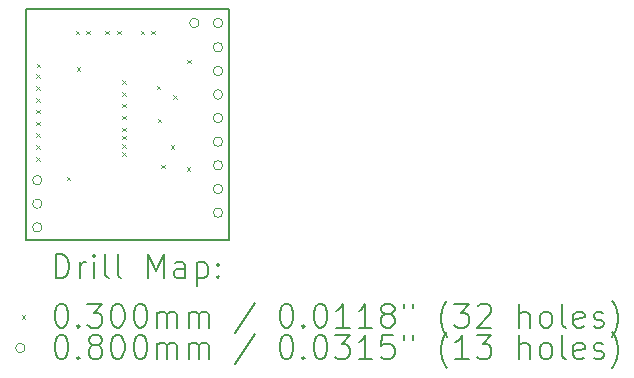
<source format=gbr>
%TF.GenerationSoftware,KiCad,Pcbnew,8.0.7*%
%TF.CreationDate,2025-04-29T18:30:39-03:00*%
%TF.ProjectId,ads_headstage_board_v4,6164735f-6865-4616-9473-746167655f62,rev?*%
%TF.SameCoordinates,Original*%
%TF.FileFunction,Drillmap*%
%TF.FilePolarity,Positive*%
%FSLAX45Y45*%
G04 Gerber Fmt 4.5, Leading zero omitted, Abs format (unit mm)*
G04 Created by KiCad (PCBNEW 8.0.7) date 2025-04-29 18:30:39*
%MOMM*%
%LPD*%
G01*
G04 APERTURE LIST*
%ADD10C,0.150000*%
%ADD11C,0.200000*%
%ADD12C,0.100000*%
G04 APERTURE END LIST*
D10*
X12250000Y-9075000D02*
X12305000Y-9075000D01*
X12250000Y-11030000D02*
X12250000Y-9075000D01*
X12255000Y-11030000D02*
X12250000Y-11030000D01*
X13970000Y-11030000D02*
X12255000Y-11030000D01*
X13970000Y-11025000D02*
X13970000Y-11030000D01*
X13970000Y-11020000D02*
X13970000Y-11025000D01*
X13970000Y-11010000D02*
X13970000Y-11020000D01*
X13970000Y-9075000D02*
X13970000Y-11010000D01*
X13960000Y-9075000D02*
X13970000Y-9075000D01*
X12305000Y-9075000D02*
X13960000Y-9075000D01*
D11*
D12*
X12335000Y-9625000D02*
X12365000Y-9655000D01*
X12365000Y-9625000D02*
X12335000Y-9655000D01*
X12335000Y-9725000D02*
X12365000Y-9755000D01*
X12365000Y-9725000D02*
X12335000Y-9755000D01*
X12335000Y-9825000D02*
X12365000Y-9855000D01*
X12365000Y-9825000D02*
X12335000Y-9855000D01*
X12335000Y-9925000D02*
X12365000Y-9955000D01*
X12365000Y-9925000D02*
X12335000Y-9955000D01*
X12335000Y-10025000D02*
X12365000Y-10055000D01*
X12365000Y-10025000D02*
X12335000Y-10055000D01*
X12335000Y-10125000D02*
X12365000Y-10155000D01*
X12365000Y-10125000D02*
X12335000Y-10155000D01*
X12335000Y-10225000D02*
X12365000Y-10255000D01*
X12365000Y-10225000D02*
X12335000Y-10255000D01*
X12335000Y-10325000D02*
X12365000Y-10355000D01*
X12365000Y-10325000D02*
X12335000Y-10355000D01*
X12340000Y-9535000D02*
X12370000Y-9565000D01*
X12370000Y-9535000D02*
X12340000Y-9565000D01*
X12595000Y-10490000D02*
X12625000Y-10520000D01*
X12625000Y-10490000D02*
X12595000Y-10520000D01*
X12670000Y-9255000D02*
X12700000Y-9285000D01*
X12700000Y-9255000D02*
X12670000Y-9285000D01*
X12680000Y-9565000D02*
X12710000Y-9595000D01*
X12710000Y-9565000D02*
X12680000Y-9595000D01*
X12760000Y-9255000D02*
X12790000Y-9285000D01*
X12790000Y-9255000D02*
X12760000Y-9285000D01*
X12920000Y-9255000D02*
X12950000Y-9285000D01*
X12950000Y-9255000D02*
X12920000Y-9285000D01*
X13020000Y-9255000D02*
X13050000Y-9285000D01*
X13050000Y-9255000D02*
X13020000Y-9285000D01*
X13065000Y-9675000D02*
X13095000Y-9705000D01*
X13095000Y-9675000D02*
X13065000Y-9705000D01*
X13065000Y-9775000D02*
X13095000Y-9805000D01*
X13095000Y-9775000D02*
X13065000Y-9805000D01*
X13065000Y-9875000D02*
X13095000Y-9905000D01*
X13095000Y-9875000D02*
X13065000Y-9905000D01*
X13065000Y-9975000D02*
X13095000Y-10005000D01*
X13095000Y-9975000D02*
X13065000Y-10005000D01*
X13065000Y-10075000D02*
X13095000Y-10105000D01*
X13095000Y-10075000D02*
X13065000Y-10105000D01*
X13065000Y-10145000D02*
X13095000Y-10175000D01*
X13095000Y-10145000D02*
X13065000Y-10175000D01*
X13065000Y-10215000D02*
X13095000Y-10245000D01*
X13095000Y-10215000D02*
X13065000Y-10245000D01*
X13065000Y-10285000D02*
X13095000Y-10315000D01*
X13095000Y-10285000D02*
X13065000Y-10315000D01*
X13220000Y-9255000D02*
X13250000Y-9285000D01*
X13250000Y-9255000D02*
X13220000Y-9285000D01*
X13310000Y-9255000D02*
X13340000Y-9285000D01*
X13340000Y-9255000D02*
X13310000Y-9285000D01*
X13355000Y-9720000D02*
X13385000Y-9750000D01*
X13385000Y-9720000D02*
X13355000Y-9750000D01*
X13365000Y-10000000D02*
X13395000Y-10030000D01*
X13395000Y-10000000D02*
X13365000Y-10030000D01*
X13395000Y-10390000D02*
X13425000Y-10420000D01*
X13425000Y-10390000D02*
X13395000Y-10420000D01*
X13475000Y-10225000D02*
X13505000Y-10255000D01*
X13505000Y-10225000D02*
X13475000Y-10255000D01*
X13495000Y-9800000D02*
X13525000Y-9830000D01*
X13525000Y-9800000D02*
X13495000Y-9830000D01*
X13610000Y-10410000D02*
X13640000Y-10440000D01*
X13640000Y-10410000D02*
X13610000Y-10440000D01*
X13615000Y-9500000D02*
X13645000Y-9530000D01*
X13645000Y-9500000D02*
X13615000Y-9530000D01*
X12385000Y-10520000D02*
G75*
G02*
X12305000Y-10520000I-40000J0D01*
G01*
X12305000Y-10520000D02*
G75*
G02*
X12385000Y-10520000I40000J0D01*
G01*
X12385000Y-10720000D02*
G75*
G02*
X12305000Y-10720000I-40000J0D01*
G01*
X12305000Y-10720000D02*
G75*
G02*
X12385000Y-10720000I40000J0D01*
G01*
X12385000Y-10920000D02*
G75*
G02*
X12305000Y-10920000I-40000J0D01*
G01*
X12305000Y-10920000D02*
G75*
G02*
X12385000Y-10920000I40000J0D01*
G01*
X13715000Y-9190000D02*
G75*
G02*
X13635000Y-9190000I-40000J0D01*
G01*
X13635000Y-9190000D02*
G75*
G02*
X13715000Y-9190000I40000J0D01*
G01*
X13915000Y-9190000D02*
G75*
G02*
X13835000Y-9190000I-40000J0D01*
G01*
X13835000Y-9190000D02*
G75*
G02*
X13915000Y-9190000I40000J0D01*
G01*
X13915000Y-9395000D02*
G75*
G02*
X13835000Y-9395000I-40000J0D01*
G01*
X13835000Y-9395000D02*
G75*
G02*
X13915000Y-9395000I40000J0D01*
G01*
X13915000Y-9595000D02*
G75*
G02*
X13835000Y-9595000I-40000J0D01*
G01*
X13835000Y-9595000D02*
G75*
G02*
X13915000Y-9595000I40000J0D01*
G01*
X13915000Y-9795000D02*
G75*
G02*
X13835000Y-9795000I-40000J0D01*
G01*
X13835000Y-9795000D02*
G75*
G02*
X13915000Y-9795000I40000J0D01*
G01*
X13915000Y-9995000D02*
G75*
G02*
X13835000Y-9995000I-40000J0D01*
G01*
X13835000Y-9995000D02*
G75*
G02*
X13915000Y-9995000I40000J0D01*
G01*
X13915000Y-10195000D02*
G75*
G02*
X13835000Y-10195000I-40000J0D01*
G01*
X13835000Y-10195000D02*
G75*
G02*
X13915000Y-10195000I40000J0D01*
G01*
X13915000Y-10395000D02*
G75*
G02*
X13835000Y-10395000I-40000J0D01*
G01*
X13835000Y-10395000D02*
G75*
G02*
X13915000Y-10395000I40000J0D01*
G01*
X13915000Y-10595000D02*
G75*
G02*
X13835000Y-10595000I-40000J0D01*
G01*
X13835000Y-10595000D02*
G75*
G02*
X13915000Y-10595000I40000J0D01*
G01*
X13915000Y-10795000D02*
G75*
G02*
X13835000Y-10795000I-40000J0D01*
G01*
X13835000Y-10795000D02*
G75*
G02*
X13915000Y-10795000I40000J0D01*
G01*
D11*
X12503277Y-11348984D02*
X12503277Y-11148984D01*
X12503277Y-11148984D02*
X12550896Y-11148984D01*
X12550896Y-11148984D02*
X12579467Y-11158508D01*
X12579467Y-11158508D02*
X12598515Y-11177555D01*
X12598515Y-11177555D02*
X12608039Y-11196603D01*
X12608039Y-11196603D02*
X12617562Y-11234698D01*
X12617562Y-11234698D02*
X12617562Y-11263269D01*
X12617562Y-11263269D02*
X12608039Y-11301365D01*
X12608039Y-11301365D02*
X12598515Y-11320412D01*
X12598515Y-11320412D02*
X12579467Y-11339460D01*
X12579467Y-11339460D02*
X12550896Y-11348984D01*
X12550896Y-11348984D02*
X12503277Y-11348984D01*
X12703277Y-11348984D02*
X12703277Y-11215650D01*
X12703277Y-11253746D02*
X12712801Y-11234698D01*
X12712801Y-11234698D02*
X12722324Y-11225174D01*
X12722324Y-11225174D02*
X12741372Y-11215650D01*
X12741372Y-11215650D02*
X12760420Y-11215650D01*
X12827086Y-11348984D02*
X12827086Y-11215650D01*
X12827086Y-11148984D02*
X12817562Y-11158508D01*
X12817562Y-11158508D02*
X12827086Y-11168031D01*
X12827086Y-11168031D02*
X12836610Y-11158508D01*
X12836610Y-11158508D02*
X12827086Y-11148984D01*
X12827086Y-11148984D02*
X12827086Y-11168031D01*
X12950896Y-11348984D02*
X12931848Y-11339460D01*
X12931848Y-11339460D02*
X12922324Y-11320412D01*
X12922324Y-11320412D02*
X12922324Y-11148984D01*
X13055658Y-11348984D02*
X13036610Y-11339460D01*
X13036610Y-11339460D02*
X13027086Y-11320412D01*
X13027086Y-11320412D02*
X13027086Y-11148984D01*
X13284229Y-11348984D02*
X13284229Y-11148984D01*
X13284229Y-11148984D02*
X13350896Y-11291841D01*
X13350896Y-11291841D02*
X13417562Y-11148984D01*
X13417562Y-11148984D02*
X13417562Y-11348984D01*
X13598515Y-11348984D02*
X13598515Y-11244222D01*
X13598515Y-11244222D02*
X13588991Y-11225174D01*
X13588991Y-11225174D02*
X13569943Y-11215650D01*
X13569943Y-11215650D02*
X13531848Y-11215650D01*
X13531848Y-11215650D02*
X13512801Y-11225174D01*
X13598515Y-11339460D02*
X13579467Y-11348984D01*
X13579467Y-11348984D02*
X13531848Y-11348984D01*
X13531848Y-11348984D02*
X13512801Y-11339460D01*
X13512801Y-11339460D02*
X13503277Y-11320412D01*
X13503277Y-11320412D02*
X13503277Y-11301365D01*
X13503277Y-11301365D02*
X13512801Y-11282317D01*
X13512801Y-11282317D02*
X13531848Y-11272793D01*
X13531848Y-11272793D02*
X13579467Y-11272793D01*
X13579467Y-11272793D02*
X13598515Y-11263269D01*
X13693753Y-11215650D02*
X13693753Y-11415650D01*
X13693753Y-11225174D02*
X13712801Y-11215650D01*
X13712801Y-11215650D02*
X13750896Y-11215650D01*
X13750896Y-11215650D02*
X13769943Y-11225174D01*
X13769943Y-11225174D02*
X13779467Y-11234698D01*
X13779467Y-11234698D02*
X13788991Y-11253746D01*
X13788991Y-11253746D02*
X13788991Y-11310888D01*
X13788991Y-11310888D02*
X13779467Y-11329936D01*
X13779467Y-11329936D02*
X13769943Y-11339460D01*
X13769943Y-11339460D02*
X13750896Y-11348984D01*
X13750896Y-11348984D02*
X13712801Y-11348984D01*
X13712801Y-11348984D02*
X13693753Y-11339460D01*
X13874705Y-11329936D02*
X13884229Y-11339460D01*
X13884229Y-11339460D02*
X13874705Y-11348984D01*
X13874705Y-11348984D02*
X13865182Y-11339460D01*
X13865182Y-11339460D02*
X13874705Y-11329936D01*
X13874705Y-11329936D02*
X13874705Y-11348984D01*
X13874705Y-11225174D02*
X13884229Y-11234698D01*
X13884229Y-11234698D02*
X13874705Y-11244222D01*
X13874705Y-11244222D02*
X13865182Y-11234698D01*
X13865182Y-11234698D02*
X13874705Y-11225174D01*
X13874705Y-11225174D02*
X13874705Y-11244222D01*
D12*
X12212500Y-11662500D02*
X12242500Y-11692500D01*
X12242500Y-11662500D02*
X12212500Y-11692500D01*
D11*
X12541372Y-11568984D02*
X12560420Y-11568984D01*
X12560420Y-11568984D02*
X12579467Y-11578508D01*
X12579467Y-11578508D02*
X12588991Y-11588031D01*
X12588991Y-11588031D02*
X12598515Y-11607079D01*
X12598515Y-11607079D02*
X12608039Y-11645174D01*
X12608039Y-11645174D02*
X12608039Y-11692793D01*
X12608039Y-11692793D02*
X12598515Y-11730888D01*
X12598515Y-11730888D02*
X12588991Y-11749936D01*
X12588991Y-11749936D02*
X12579467Y-11759460D01*
X12579467Y-11759460D02*
X12560420Y-11768984D01*
X12560420Y-11768984D02*
X12541372Y-11768984D01*
X12541372Y-11768984D02*
X12522324Y-11759460D01*
X12522324Y-11759460D02*
X12512801Y-11749936D01*
X12512801Y-11749936D02*
X12503277Y-11730888D01*
X12503277Y-11730888D02*
X12493753Y-11692793D01*
X12493753Y-11692793D02*
X12493753Y-11645174D01*
X12493753Y-11645174D02*
X12503277Y-11607079D01*
X12503277Y-11607079D02*
X12512801Y-11588031D01*
X12512801Y-11588031D02*
X12522324Y-11578508D01*
X12522324Y-11578508D02*
X12541372Y-11568984D01*
X12693753Y-11749936D02*
X12703277Y-11759460D01*
X12703277Y-11759460D02*
X12693753Y-11768984D01*
X12693753Y-11768984D02*
X12684229Y-11759460D01*
X12684229Y-11759460D02*
X12693753Y-11749936D01*
X12693753Y-11749936D02*
X12693753Y-11768984D01*
X12769943Y-11568984D02*
X12893753Y-11568984D01*
X12893753Y-11568984D02*
X12827086Y-11645174D01*
X12827086Y-11645174D02*
X12855658Y-11645174D01*
X12855658Y-11645174D02*
X12874705Y-11654698D01*
X12874705Y-11654698D02*
X12884229Y-11664222D01*
X12884229Y-11664222D02*
X12893753Y-11683269D01*
X12893753Y-11683269D02*
X12893753Y-11730888D01*
X12893753Y-11730888D02*
X12884229Y-11749936D01*
X12884229Y-11749936D02*
X12874705Y-11759460D01*
X12874705Y-11759460D02*
X12855658Y-11768984D01*
X12855658Y-11768984D02*
X12798515Y-11768984D01*
X12798515Y-11768984D02*
X12779467Y-11759460D01*
X12779467Y-11759460D02*
X12769943Y-11749936D01*
X13017562Y-11568984D02*
X13036610Y-11568984D01*
X13036610Y-11568984D02*
X13055658Y-11578508D01*
X13055658Y-11578508D02*
X13065182Y-11588031D01*
X13065182Y-11588031D02*
X13074705Y-11607079D01*
X13074705Y-11607079D02*
X13084229Y-11645174D01*
X13084229Y-11645174D02*
X13084229Y-11692793D01*
X13084229Y-11692793D02*
X13074705Y-11730888D01*
X13074705Y-11730888D02*
X13065182Y-11749936D01*
X13065182Y-11749936D02*
X13055658Y-11759460D01*
X13055658Y-11759460D02*
X13036610Y-11768984D01*
X13036610Y-11768984D02*
X13017562Y-11768984D01*
X13017562Y-11768984D02*
X12998515Y-11759460D01*
X12998515Y-11759460D02*
X12988991Y-11749936D01*
X12988991Y-11749936D02*
X12979467Y-11730888D01*
X12979467Y-11730888D02*
X12969943Y-11692793D01*
X12969943Y-11692793D02*
X12969943Y-11645174D01*
X12969943Y-11645174D02*
X12979467Y-11607079D01*
X12979467Y-11607079D02*
X12988991Y-11588031D01*
X12988991Y-11588031D02*
X12998515Y-11578508D01*
X12998515Y-11578508D02*
X13017562Y-11568984D01*
X13208039Y-11568984D02*
X13227086Y-11568984D01*
X13227086Y-11568984D02*
X13246134Y-11578508D01*
X13246134Y-11578508D02*
X13255658Y-11588031D01*
X13255658Y-11588031D02*
X13265182Y-11607079D01*
X13265182Y-11607079D02*
X13274705Y-11645174D01*
X13274705Y-11645174D02*
X13274705Y-11692793D01*
X13274705Y-11692793D02*
X13265182Y-11730888D01*
X13265182Y-11730888D02*
X13255658Y-11749936D01*
X13255658Y-11749936D02*
X13246134Y-11759460D01*
X13246134Y-11759460D02*
X13227086Y-11768984D01*
X13227086Y-11768984D02*
X13208039Y-11768984D01*
X13208039Y-11768984D02*
X13188991Y-11759460D01*
X13188991Y-11759460D02*
X13179467Y-11749936D01*
X13179467Y-11749936D02*
X13169943Y-11730888D01*
X13169943Y-11730888D02*
X13160420Y-11692793D01*
X13160420Y-11692793D02*
X13160420Y-11645174D01*
X13160420Y-11645174D02*
X13169943Y-11607079D01*
X13169943Y-11607079D02*
X13179467Y-11588031D01*
X13179467Y-11588031D02*
X13188991Y-11578508D01*
X13188991Y-11578508D02*
X13208039Y-11568984D01*
X13360420Y-11768984D02*
X13360420Y-11635650D01*
X13360420Y-11654698D02*
X13369943Y-11645174D01*
X13369943Y-11645174D02*
X13388991Y-11635650D01*
X13388991Y-11635650D02*
X13417563Y-11635650D01*
X13417563Y-11635650D02*
X13436610Y-11645174D01*
X13436610Y-11645174D02*
X13446134Y-11664222D01*
X13446134Y-11664222D02*
X13446134Y-11768984D01*
X13446134Y-11664222D02*
X13455658Y-11645174D01*
X13455658Y-11645174D02*
X13474705Y-11635650D01*
X13474705Y-11635650D02*
X13503277Y-11635650D01*
X13503277Y-11635650D02*
X13522324Y-11645174D01*
X13522324Y-11645174D02*
X13531848Y-11664222D01*
X13531848Y-11664222D02*
X13531848Y-11768984D01*
X13627086Y-11768984D02*
X13627086Y-11635650D01*
X13627086Y-11654698D02*
X13636610Y-11645174D01*
X13636610Y-11645174D02*
X13655658Y-11635650D01*
X13655658Y-11635650D02*
X13684229Y-11635650D01*
X13684229Y-11635650D02*
X13703277Y-11645174D01*
X13703277Y-11645174D02*
X13712801Y-11664222D01*
X13712801Y-11664222D02*
X13712801Y-11768984D01*
X13712801Y-11664222D02*
X13722324Y-11645174D01*
X13722324Y-11645174D02*
X13741372Y-11635650D01*
X13741372Y-11635650D02*
X13769943Y-11635650D01*
X13769943Y-11635650D02*
X13788991Y-11645174D01*
X13788991Y-11645174D02*
X13798515Y-11664222D01*
X13798515Y-11664222D02*
X13798515Y-11768984D01*
X14188991Y-11559460D02*
X14017563Y-11816603D01*
X14446134Y-11568984D02*
X14465182Y-11568984D01*
X14465182Y-11568984D02*
X14484229Y-11578508D01*
X14484229Y-11578508D02*
X14493753Y-11588031D01*
X14493753Y-11588031D02*
X14503277Y-11607079D01*
X14503277Y-11607079D02*
X14512801Y-11645174D01*
X14512801Y-11645174D02*
X14512801Y-11692793D01*
X14512801Y-11692793D02*
X14503277Y-11730888D01*
X14503277Y-11730888D02*
X14493753Y-11749936D01*
X14493753Y-11749936D02*
X14484229Y-11759460D01*
X14484229Y-11759460D02*
X14465182Y-11768984D01*
X14465182Y-11768984D02*
X14446134Y-11768984D01*
X14446134Y-11768984D02*
X14427086Y-11759460D01*
X14427086Y-11759460D02*
X14417563Y-11749936D01*
X14417563Y-11749936D02*
X14408039Y-11730888D01*
X14408039Y-11730888D02*
X14398515Y-11692793D01*
X14398515Y-11692793D02*
X14398515Y-11645174D01*
X14398515Y-11645174D02*
X14408039Y-11607079D01*
X14408039Y-11607079D02*
X14417563Y-11588031D01*
X14417563Y-11588031D02*
X14427086Y-11578508D01*
X14427086Y-11578508D02*
X14446134Y-11568984D01*
X14598515Y-11749936D02*
X14608039Y-11759460D01*
X14608039Y-11759460D02*
X14598515Y-11768984D01*
X14598515Y-11768984D02*
X14588991Y-11759460D01*
X14588991Y-11759460D02*
X14598515Y-11749936D01*
X14598515Y-11749936D02*
X14598515Y-11768984D01*
X14731848Y-11568984D02*
X14750896Y-11568984D01*
X14750896Y-11568984D02*
X14769944Y-11578508D01*
X14769944Y-11578508D02*
X14779467Y-11588031D01*
X14779467Y-11588031D02*
X14788991Y-11607079D01*
X14788991Y-11607079D02*
X14798515Y-11645174D01*
X14798515Y-11645174D02*
X14798515Y-11692793D01*
X14798515Y-11692793D02*
X14788991Y-11730888D01*
X14788991Y-11730888D02*
X14779467Y-11749936D01*
X14779467Y-11749936D02*
X14769944Y-11759460D01*
X14769944Y-11759460D02*
X14750896Y-11768984D01*
X14750896Y-11768984D02*
X14731848Y-11768984D01*
X14731848Y-11768984D02*
X14712801Y-11759460D01*
X14712801Y-11759460D02*
X14703277Y-11749936D01*
X14703277Y-11749936D02*
X14693753Y-11730888D01*
X14693753Y-11730888D02*
X14684229Y-11692793D01*
X14684229Y-11692793D02*
X14684229Y-11645174D01*
X14684229Y-11645174D02*
X14693753Y-11607079D01*
X14693753Y-11607079D02*
X14703277Y-11588031D01*
X14703277Y-11588031D02*
X14712801Y-11578508D01*
X14712801Y-11578508D02*
X14731848Y-11568984D01*
X14988991Y-11768984D02*
X14874706Y-11768984D01*
X14931848Y-11768984D02*
X14931848Y-11568984D01*
X14931848Y-11568984D02*
X14912801Y-11597555D01*
X14912801Y-11597555D02*
X14893753Y-11616603D01*
X14893753Y-11616603D02*
X14874706Y-11626127D01*
X15179467Y-11768984D02*
X15065182Y-11768984D01*
X15122325Y-11768984D02*
X15122325Y-11568984D01*
X15122325Y-11568984D02*
X15103277Y-11597555D01*
X15103277Y-11597555D02*
X15084229Y-11616603D01*
X15084229Y-11616603D02*
X15065182Y-11626127D01*
X15293753Y-11654698D02*
X15274706Y-11645174D01*
X15274706Y-11645174D02*
X15265182Y-11635650D01*
X15265182Y-11635650D02*
X15255658Y-11616603D01*
X15255658Y-11616603D02*
X15255658Y-11607079D01*
X15255658Y-11607079D02*
X15265182Y-11588031D01*
X15265182Y-11588031D02*
X15274706Y-11578508D01*
X15274706Y-11578508D02*
X15293753Y-11568984D01*
X15293753Y-11568984D02*
X15331848Y-11568984D01*
X15331848Y-11568984D02*
X15350896Y-11578508D01*
X15350896Y-11578508D02*
X15360420Y-11588031D01*
X15360420Y-11588031D02*
X15369944Y-11607079D01*
X15369944Y-11607079D02*
X15369944Y-11616603D01*
X15369944Y-11616603D02*
X15360420Y-11635650D01*
X15360420Y-11635650D02*
X15350896Y-11645174D01*
X15350896Y-11645174D02*
X15331848Y-11654698D01*
X15331848Y-11654698D02*
X15293753Y-11654698D01*
X15293753Y-11654698D02*
X15274706Y-11664222D01*
X15274706Y-11664222D02*
X15265182Y-11673746D01*
X15265182Y-11673746D02*
X15255658Y-11692793D01*
X15255658Y-11692793D02*
X15255658Y-11730888D01*
X15255658Y-11730888D02*
X15265182Y-11749936D01*
X15265182Y-11749936D02*
X15274706Y-11759460D01*
X15274706Y-11759460D02*
X15293753Y-11768984D01*
X15293753Y-11768984D02*
X15331848Y-11768984D01*
X15331848Y-11768984D02*
X15350896Y-11759460D01*
X15350896Y-11759460D02*
X15360420Y-11749936D01*
X15360420Y-11749936D02*
X15369944Y-11730888D01*
X15369944Y-11730888D02*
X15369944Y-11692793D01*
X15369944Y-11692793D02*
X15360420Y-11673746D01*
X15360420Y-11673746D02*
X15350896Y-11664222D01*
X15350896Y-11664222D02*
X15331848Y-11654698D01*
X15446134Y-11568984D02*
X15446134Y-11607079D01*
X15522325Y-11568984D02*
X15522325Y-11607079D01*
X15817563Y-11845174D02*
X15808039Y-11835650D01*
X15808039Y-11835650D02*
X15788991Y-11807079D01*
X15788991Y-11807079D02*
X15779468Y-11788031D01*
X15779468Y-11788031D02*
X15769944Y-11759460D01*
X15769944Y-11759460D02*
X15760420Y-11711841D01*
X15760420Y-11711841D02*
X15760420Y-11673746D01*
X15760420Y-11673746D02*
X15769944Y-11626127D01*
X15769944Y-11626127D02*
X15779468Y-11597555D01*
X15779468Y-11597555D02*
X15788991Y-11578508D01*
X15788991Y-11578508D02*
X15808039Y-11549936D01*
X15808039Y-11549936D02*
X15817563Y-11540412D01*
X15874706Y-11568984D02*
X15998515Y-11568984D01*
X15998515Y-11568984D02*
X15931848Y-11645174D01*
X15931848Y-11645174D02*
X15960420Y-11645174D01*
X15960420Y-11645174D02*
X15979468Y-11654698D01*
X15979468Y-11654698D02*
X15988991Y-11664222D01*
X15988991Y-11664222D02*
X15998515Y-11683269D01*
X15998515Y-11683269D02*
X15998515Y-11730888D01*
X15998515Y-11730888D02*
X15988991Y-11749936D01*
X15988991Y-11749936D02*
X15979468Y-11759460D01*
X15979468Y-11759460D02*
X15960420Y-11768984D01*
X15960420Y-11768984D02*
X15903277Y-11768984D01*
X15903277Y-11768984D02*
X15884229Y-11759460D01*
X15884229Y-11759460D02*
X15874706Y-11749936D01*
X16074706Y-11588031D02*
X16084229Y-11578508D01*
X16084229Y-11578508D02*
X16103277Y-11568984D01*
X16103277Y-11568984D02*
X16150896Y-11568984D01*
X16150896Y-11568984D02*
X16169944Y-11578508D01*
X16169944Y-11578508D02*
X16179468Y-11588031D01*
X16179468Y-11588031D02*
X16188991Y-11607079D01*
X16188991Y-11607079D02*
X16188991Y-11626127D01*
X16188991Y-11626127D02*
X16179468Y-11654698D01*
X16179468Y-11654698D02*
X16065182Y-11768984D01*
X16065182Y-11768984D02*
X16188991Y-11768984D01*
X16427087Y-11768984D02*
X16427087Y-11568984D01*
X16512801Y-11768984D02*
X16512801Y-11664222D01*
X16512801Y-11664222D02*
X16503277Y-11645174D01*
X16503277Y-11645174D02*
X16484230Y-11635650D01*
X16484230Y-11635650D02*
X16455658Y-11635650D01*
X16455658Y-11635650D02*
X16436610Y-11645174D01*
X16436610Y-11645174D02*
X16427087Y-11654698D01*
X16636610Y-11768984D02*
X16617563Y-11759460D01*
X16617563Y-11759460D02*
X16608039Y-11749936D01*
X16608039Y-11749936D02*
X16598515Y-11730888D01*
X16598515Y-11730888D02*
X16598515Y-11673746D01*
X16598515Y-11673746D02*
X16608039Y-11654698D01*
X16608039Y-11654698D02*
X16617563Y-11645174D01*
X16617563Y-11645174D02*
X16636610Y-11635650D01*
X16636610Y-11635650D02*
X16665182Y-11635650D01*
X16665182Y-11635650D02*
X16684230Y-11645174D01*
X16684230Y-11645174D02*
X16693753Y-11654698D01*
X16693753Y-11654698D02*
X16703277Y-11673746D01*
X16703277Y-11673746D02*
X16703277Y-11730888D01*
X16703277Y-11730888D02*
X16693753Y-11749936D01*
X16693753Y-11749936D02*
X16684230Y-11759460D01*
X16684230Y-11759460D02*
X16665182Y-11768984D01*
X16665182Y-11768984D02*
X16636610Y-11768984D01*
X16817563Y-11768984D02*
X16798515Y-11759460D01*
X16798515Y-11759460D02*
X16788992Y-11740412D01*
X16788992Y-11740412D02*
X16788992Y-11568984D01*
X16969944Y-11759460D02*
X16950896Y-11768984D01*
X16950896Y-11768984D02*
X16912801Y-11768984D01*
X16912801Y-11768984D02*
X16893753Y-11759460D01*
X16893753Y-11759460D02*
X16884230Y-11740412D01*
X16884230Y-11740412D02*
X16884230Y-11664222D01*
X16884230Y-11664222D02*
X16893753Y-11645174D01*
X16893753Y-11645174D02*
X16912801Y-11635650D01*
X16912801Y-11635650D02*
X16950896Y-11635650D01*
X16950896Y-11635650D02*
X16969944Y-11645174D01*
X16969944Y-11645174D02*
X16979468Y-11664222D01*
X16979468Y-11664222D02*
X16979468Y-11683269D01*
X16979468Y-11683269D02*
X16884230Y-11702317D01*
X17055658Y-11759460D02*
X17074706Y-11768984D01*
X17074706Y-11768984D02*
X17112801Y-11768984D01*
X17112801Y-11768984D02*
X17131849Y-11759460D01*
X17131849Y-11759460D02*
X17141373Y-11740412D01*
X17141373Y-11740412D02*
X17141373Y-11730888D01*
X17141373Y-11730888D02*
X17131849Y-11711841D01*
X17131849Y-11711841D02*
X17112801Y-11702317D01*
X17112801Y-11702317D02*
X17084230Y-11702317D01*
X17084230Y-11702317D02*
X17065182Y-11692793D01*
X17065182Y-11692793D02*
X17055658Y-11673746D01*
X17055658Y-11673746D02*
X17055658Y-11664222D01*
X17055658Y-11664222D02*
X17065182Y-11645174D01*
X17065182Y-11645174D02*
X17084230Y-11635650D01*
X17084230Y-11635650D02*
X17112801Y-11635650D01*
X17112801Y-11635650D02*
X17131849Y-11645174D01*
X17208039Y-11845174D02*
X17217563Y-11835650D01*
X17217563Y-11835650D02*
X17236611Y-11807079D01*
X17236611Y-11807079D02*
X17246134Y-11788031D01*
X17246134Y-11788031D02*
X17255658Y-11759460D01*
X17255658Y-11759460D02*
X17265182Y-11711841D01*
X17265182Y-11711841D02*
X17265182Y-11673746D01*
X17265182Y-11673746D02*
X17255658Y-11626127D01*
X17255658Y-11626127D02*
X17246134Y-11597555D01*
X17246134Y-11597555D02*
X17236611Y-11578508D01*
X17236611Y-11578508D02*
X17217563Y-11549936D01*
X17217563Y-11549936D02*
X17208039Y-11540412D01*
D12*
X12242500Y-11941500D02*
G75*
G02*
X12162500Y-11941500I-40000J0D01*
G01*
X12162500Y-11941500D02*
G75*
G02*
X12242500Y-11941500I40000J0D01*
G01*
D11*
X12541372Y-11832984D02*
X12560420Y-11832984D01*
X12560420Y-11832984D02*
X12579467Y-11842508D01*
X12579467Y-11842508D02*
X12588991Y-11852031D01*
X12588991Y-11852031D02*
X12598515Y-11871079D01*
X12598515Y-11871079D02*
X12608039Y-11909174D01*
X12608039Y-11909174D02*
X12608039Y-11956793D01*
X12608039Y-11956793D02*
X12598515Y-11994888D01*
X12598515Y-11994888D02*
X12588991Y-12013936D01*
X12588991Y-12013936D02*
X12579467Y-12023460D01*
X12579467Y-12023460D02*
X12560420Y-12032984D01*
X12560420Y-12032984D02*
X12541372Y-12032984D01*
X12541372Y-12032984D02*
X12522324Y-12023460D01*
X12522324Y-12023460D02*
X12512801Y-12013936D01*
X12512801Y-12013936D02*
X12503277Y-11994888D01*
X12503277Y-11994888D02*
X12493753Y-11956793D01*
X12493753Y-11956793D02*
X12493753Y-11909174D01*
X12493753Y-11909174D02*
X12503277Y-11871079D01*
X12503277Y-11871079D02*
X12512801Y-11852031D01*
X12512801Y-11852031D02*
X12522324Y-11842508D01*
X12522324Y-11842508D02*
X12541372Y-11832984D01*
X12693753Y-12013936D02*
X12703277Y-12023460D01*
X12703277Y-12023460D02*
X12693753Y-12032984D01*
X12693753Y-12032984D02*
X12684229Y-12023460D01*
X12684229Y-12023460D02*
X12693753Y-12013936D01*
X12693753Y-12013936D02*
X12693753Y-12032984D01*
X12817562Y-11918698D02*
X12798515Y-11909174D01*
X12798515Y-11909174D02*
X12788991Y-11899650D01*
X12788991Y-11899650D02*
X12779467Y-11880603D01*
X12779467Y-11880603D02*
X12779467Y-11871079D01*
X12779467Y-11871079D02*
X12788991Y-11852031D01*
X12788991Y-11852031D02*
X12798515Y-11842508D01*
X12798515Y-11842508D02*
X12817562Y-11832984D01*
X12817562Y-11832984D02*
X12855658Y-11832984D01*
X12855658Y-11832984D02*
X12874705Y-11842508D01*
X12874705Y-11842508D02*
X12884229Y-11852031D01*
X12884229Y-11852031D02*
X12893753Y-11871079D01*
X12893753Y-11871079D02*
X12893753Y-11880603D01*
X12893753Y-11880603D02*
X12884229Y-11899650D01*
X12884229Y-11899650D02*
X12874705Y-11909174D01*
X12874705Y-11909174D02*
X12855658Y-11918698D01*
X12855658Y-11918698D02*
X12817562Y-11918698D01*
X12817562Y-11918698D02*
X12798515Y-11928222D01*
X12798515Y-11928222D02*
X12788991Y-11937746D01*
X12788991Y-11937746D02*
X12779467Y-11956793D01*
X12779467Y-11956793D02*
X12779467Y-11994888D01*
X12779467Y-11994888D02*
X12788991Y-12013936D01*
X12788991Y-12013936D02*
X12798515Y-12023460D01*
X12798515Y-12023460D02*
X12817562Y-12032984D01*
X12817562Y-12032984D02*
X12855658Y-12032984D01*
X12855658Y-12032984D02*
X12874705Y-12023460D01*
X12874705Y-12023460D02*
X12884229Y-12013936D01*
X12884229Y-12013936D02*
X12893753Y-11994888D01*
X12893753Y-11994888D02*
X12893753Y-11956793D01*
X12893753Y-11956793D02*
X12884229Y-11937746D01*
X12884229Y-11937746D02*
X12874705Y-11928222D01*
X12874705Y-11928222D02*
X12855658Y-11918698D01*
X13017562Y-11832984D02*
X13036610Y-11832984D01*
X13036610Y-11832984D02*
X13055658Y-11842508D01*
X13055658Y-11842508D02*
X13065182Y-11852031D01*
X13065182Y-11852031D02*
X13074705Y-11871079D01*
X13074705Y-11871079D02*
X13084229Y-11909174D01*
X13084229Y-11909174D02*
X13084229Y-11956793D01*
X13084229Y-11956793D02*
X13074705Y-11994888D01*
X13074705Y-11994888D02*
X13065182Y-12013936D01*
X13065182Y-12013936D02*
X13055658Y-12023460D01*
X13055658Y-12023460D02*
X13036610Y-12032984D01*
X13036610Y-12032984D02*
X13017562Y-12032984D01*
X13017562Y-12032984D02*
X12998515Y-12023460D01*
X12998515Y-12023460D02*
X12988991Y-12013936D01*
X12988991Y-12013936D02*
X12979467Y-11994888D01*
X12979467Y-11994888D02*
X12969943Y-11956793D01*
X12969943Y-11956793D02*
X12969943Y-11909174D01*
X12969943Y-11909174D02*
X12979467Y-11871079D01*
X12979467Y-11871079D02*
X12988991Y-11852031D01*
X12988991Y-11852031D02*
X12998515Y-11842508D01*
X12998515Y-11842508D02*
X13017562Y-11832984D01*
X13208039Y-11832984D02*
X13227086Y-11832984D01*
X13227086Y-11832984D02*
X13246134Y-11842508D01*
X13246134Y-11842508D02*
X13255658Y-11852031D01*
X13255658Y-11852031D02*
X13265182Y-11871079D01*
X13265182Y-11871079D02*
X13274705Y-11909174D01*
X13274705Y-11909174D02*
X13274705Y-11956793D01*
X13274705Y-11956793D02*
X13265182Y-11994888D01*
X13265182Y-11994888D02*
X13255658Y-12013936D01*
X13255658Y-12013936D02*
X13246134Y-12023460D01*
X13246134Y-12023460D02*
X13227086Y-12032984D01*
X13227086Y-12032984D02*
X13208039Y-12032984D01*
X13208039Y-12032984D02*
X13188991Y-12023460D01*
X13188991Y-12023460D02*
X13179467Y-12013936D01*
X13179467Y-12013936D02*
X13169943Y-11994888D01*
X13169943Y-11994888D02*
X13160420Y-11956793D01*
X13160420Y-11956793D02*
X13160420Y-11909174D01*
X13160420Y-11909174D02*
X13169943Y-11871079D01*
X13169943Y-11871079D02*
X13179467Y-11852031D01*
X13179467Y-11852031D02*
X13188991Y-11842508D01*
X13188991Y-11842508D02*
X13208039Y-11832984D01*
X13360420Y-12032984D02*
X13360420Y-11899650D01*
X13360420Y-11918698D02*
X13369943Y-11909174D01*
X13369943Y-11909174D02*
X13388991Y-11899650D01*
X13388991Y-11899650D02*
X13417563Y-11899650D01*
X13417563Y-11899650D02*
X13436610Y-11909174D01*
X13436610Y-11909174D02*
X13446134Y-11928222D01*
X13446134Y-11928222D02*
X13446134Y-12032984D01*
X13446134Y-11928222D02*
X13455658Y-11909174D01*
X13455658Y-11909174D02*
X13474705Y-11899650D01*
X13474705Y-11899650D02*
X13503277Y-11899650D01*
X13503277Y-11899650D02*
X13522324Y-11909174D01*
X13522324Y-11909174D02*
X13531848Y-11928222D01*
X13531848Y-11928222D02*
X13531848Y-12032984D01*
X13627086Y-12032984D02*
X13627086Y-11899650D01*
X13627086Y-11918698D02*
X13636610Y-11909174D01*
X13636610Y-11909174D02*
X13655658Y-11899650D01*
X13655658Y-11899650D02*
X13684229Y-11899650D01*
X13684229Y-11899650D02*
X13703277Y-11909174D01*
X13703277Y-11909174D02*
X13712801Y-11928222D01*
X13712801Y-11928222D02*
X13712801Y-12032984D01*
X13712801Y-11928222D02*
X13722324Y-11909174D01*
X13722324Y-11909174D02*
X13741372Y-11899650D01*
X13741372Y-11899650D02*
X13769943Y-11899650D01*
X13769943Y-11899650D02*
X13788991Y-11909174D01*
X13788991Y-11909174D02*
X13798515Y-11928222D01*
X13798515Y-11928222D02*
X13798515Y-12032984D01*
X14188991Y-11823460D02*
X14017563Y-12080603D01*
X14446134Y-11832984D02*
X14465182Y-11832984D01*
X14465182Y-11832984D02*
X14484229Y-11842508D01*
X14484229Y-11842508D02*
X14493753Y-11852031D01*
X14493753Y-11852031D02*
X14503277Y-11871079D01*
X14503277Y-11871079D02*
X14512801Y-11909174D01*
X14512801Y-11909174D02*
X14512801Y-11956793D01*
X14512801Y-11956793D02*
X14503277Y-11994888D01*
X14503277Y-11994888D02*
X14493753Y-12013936D01*
X14493753Y-12013936D02*
X14484229Y-12023460D01*
X14484229Y-12023460D02*
X14465182Y-12032984D01*
X14465182Y-12032984D02*
X14446134Y-12032984D01*
X14446134Y-12032984D02*
X14427086Y-12023460D01*
X14427086Y-12023460D02*
X14417563Y-12013936D01*
X14417563Y-12013936D02*
X14408039Y-11994888D01*
X14408039Y-11994888D02*
X14398515Y-11956793D01*
X14398515Y-11956793D02*
X14398515Y-11909174D01*
X14398515Y-11909174D02*
X14408039Y-11871079D01*
X14408039Y-11871079D02*
X14417563Y-11852031D01*
X14417563Y-11852031D02*
X14427086Y-11842508D01*
X14427086Y-11842508D02*
X14446134Y-11832984D01*
X14598515Y-12013936D02*
X14608039Y-12023460D01*
X14608039Y-12023460D02*
X14598515Y-12032984D01*
X14598515Y-12032984D02*
X14588991Y-12023460D01*
X14588991Y-12023460D02*
X14598515Y-12013936D01*
X14598515Y-12013936D02*
X14598515Y-12032984D01*
X14731848Y-11832984D02*
X14750896Y-11832984D01*
X14750896Y-11832984D02*
X14769944Y-11842508D01*
X14769944Y-11842508D02*
X14779467Y-11852031D01*
X14779467Y-11852031D02*
X14788991Y-11871079D01*
X14788991Y-11871079D02*
X14798515Y-11909174D01*
X14798515Y-11909174D02*
X14798515Y-11956793D01*
X14798515Y-11956793D02*
X14788991Y-11994888D01*
X14788991Y-11994888D02*
X14779467Y-12013936D01*
X14779467Y-12013936D02*
X14769944Y-12023460D01*
X14769944Y-12023460D02*
X14750896Y-12032984D01*
X14750896Y-12032984D02*
X14731848Y-12032984D01*
X14731848Y-12032984D02*
X14712801Y-12023460D01*
X14712801Y-12023460D02*
X14703277Y-12013936D01*
X14703277Y-12013936D02*
X14693753Y-11994888D01*
X14693753Y-11994888D02*
X14684229Y-11956793D01*
X14684229Y-11956793D02*
X14684229Y-11909174D01*
X14684229Y-11909174D02*
X14693753Y-11871079D01*
X14693753Y-11871079D02*
X14703277Y-11852031D01*
X14703277Y-11852031D02*
X14712801Y-11842508D01*
X14712801Y-11842508D02*
X14731848Y-11832984D01*
X14865182Y-11832984D02*
X14988991Y-11832984D01*
X14988991Y-11832984D02*
X14922325Y-11909174D01*
X14922325Y-11909174D02*
X14950896Y-11909174D01*
X14950896Y-11909174D02*
X14969944Y-11918698D01*
X14969944Y-11918698D02*
X14979467Y-11928222D01*
X14979467Y-11928222D02*
X14988991Y-11947269D01*
X14988991Y-11947269D02*
X14988991Y-11994888D01*
X14988991Y-11994888D02*
X14979467Y-12013936D01*
X14979467Y-12013936D02*
X14969944Y-12023460D01*
X14969944Y-12023460D02*
X14950896Y-12032984D01*
X14950896Y-12032984D02*
X14893753Y-12032984D01*
X14893753Y-12032984D02*
X14874706Y-12023460D01*
X14874706Y-12023460D02*
X14865182Y-12013936D01*
X15179467Y-12032984D02*
X15065182Y-12032984D01*
X15122325Y-12032984D02*
X15122325Y-11832984D01*
X15122325Y-11832984D02*
X15103277Y-11861555D01*
X15103277Y-11861555D02*
X15084229Y-11880603D01*
X15084229Y-11880603D02*
X15065182Y-11890127D01*
X15360420Y-11832984D02*
X15265182Y-11832984D01*
X15265182Y-11832984D02*
X15255658Y-11928222D01*
X15255658Y-11928222D02*
X15265182Y-11918698D01*
X15265182Y-11918698D02*
X15284229Y-11909174D01*
X15284229Y-11909174D02*
X15331848Y-11909174D01*
X15331848Y-11909174D02*
X15350896Y-11918698D01*
X15350896Y-11918698D02*
X15360420Y-11928222D01*
X15360420Y-11928222D02*
X15369944Y-11947269D01*
X15369944Y-11947269D02*
X15369944Y-11994888D01*
X15369944Y-11994888D02*
X15360420Y-12013936D01*
X15360420Y-12013936D02*
X15350896Y-12023460D01*
X15350896Y-12023460D02*
X15331848Y-12032984D01*
X15331848Y-12032984D02*
X15284229Y-12032984D01*
X15284229Y-12032984D02*
X15265182Y-12023460D01*
X15265182Y-12023460D02*
X15255658Y-12013936D01*
X15446134Y-11832984D02*
X15446134Y-11871079D01*
X15522325Y-11832984D02*
X15522325Y-11871079D01*
X15817563Y-12109174D02*
X15808039Y-12099650D01*
X15808039Y-12099650D02*
X15788991Y-12071079D01*
X15788991Y-12071079D02*
X15779468Y-12052031D01*
X15779468Y-12052031D02*
X15769944Y-12023460D01*
X15769944Y-12023460D02*
X15760420Y-11975841D01*
X15760420Y-11975841D02*
X15760420Y-11937746D01*
X15760420Y-11937746D02*
X15769944Y-11890127D01*
X15769944Y-11890127D02*
X15779468Y-11861555D01*
X15779468Y-11861555D02*
X15788991Y-11842508D01*
X15788991Y-11842508D02*
X15808039Y-11813936D01*
X15808039Y-11813936D02*
X15817563Y-11804412D01*
X15998515Y-12032984D02*
X15884229Y-12032984D01*
X15941372Y-12032984D02*
X15941372Y-11832984D01*
X15941372Y-11832984D02*
X15922325Y-11861555D01*
X15922325Y-11861555D02*
X15903277Y-11880603D01*
X15903277Y-11880603D02*
X15884229Y-11890127D01*
X16065182Y-11832984D02*
X16188991Y-11832984D01*
X16188991Y-11832984D02*
X16122325Y-11909174D01*
X16122325Y-11909174D02*
X16150896Y-11909174D01*
X16150896Y-11909174D02*
X16169944Y-11918698D01*
X16169944Y-11918698D02*
X16179468Y-11928222D01*
X16179468Y-11928222D02*
X16188991Y-11947269D01*
X16188991Y-11947269D02*
X16188991Y-11994888D01*
X16188991Y-11994888D02*
X16179468Y-12013936D01*
X16179468Y-12013936D02*
X16169944Y-12023460D01*
X16169944Y-12023460D02*
X16150896Y-12032984D01*
X16150896Y-12032984D02*
X16093753Y-12032984D01*
X16093753Y-12032984D02*
X16074706Y-12023460D01*
X16074706Y-12023460D02*
X16065182Y-12013936D01*
X16427087Y-12032984D02*
X16427087Y-11832984D01*
X16512801Y-12032984D02*
X16512801Y-11928222D01*
X16512801Y-11928222D02*
X16503277Y-11909174D01*
X16503277Y-11909174D02*
X16484230Y-11899650D01*
X16484230Y-11899650D02*
X16455658Y-11899650D01*
X16455658Y-11899650D02*
X16436610Y-11909174D01*
X16436610Y-11909174D02*
X16427087Y-11918698D01*
X16636610Y-12032984D02*
X16617563Y-12023460D01*
X16617563Y-12023460D02*
X16608039Y-12013936D01*
X16608039Y-12013936D02*
X16598515Y-11994888D01*
X16598515Y-11994888D02*
X16598515Y-11937746D01*
X16598515Y-11937746D02*
X16608039Y-11918698D01*
X16608039Y-11918698D02*
X16617563Y-11909174D01*
X16617563Y-11909174D02*
X16636610Y-11899650D01*
X16636610Y-11899650D02*
X16665182Y-11899650D01*
X16665182Y-11899650D02*
X16684230Y-11909174D01*
X16684230Y-11909174D02*
X16693753Y-11918698D01*
X16693753Y-11918698D02*
X16703277Y-11937746D01*
X16703277Y-11937746D02*
X16703277Y-11994888D01*
X16703277Y-11994888D02*
X16693753Y-12013936D01*
X16693753Y-12013936D02*
X16684230Y-12023460D01*
X16684230Y-12023460D02*
X16665182Y-12032984D01*
X16665182Y-12032984D02*
X16636610Y-12032984D01*
X16817563Y-12032984D02*
X16798515Y-12023460D01*
X16798515Y-12023460D02*
X16788992Y-12004412D01*
X16788992Y-12004412D02*
X16788992Y-11832984D01*
X16969944Y-12023460D02*
X16950896Y-12032984D01*
X16950896Y-12032984D02*
X16912801Y-12032984D01*
X16912801Y-12032984D02*
X16893753Y-12023460D01*
X16893753Y-12023460D02*
X16884230Y-12004412D01*
X16884230Y-12004412D02*
X16884230Y-11928222D01*
X16884230Y-11928222D02*
X16893753Y-11909174D01*
X16893753Y-11909174D02*
X16912801Y-11899650D01*
X16912801Y-11899650D02*
X16950896Y-11899650D01*
X16950896Y-11899650D02*
X16969944Y-11909174D01*
X16969944Y-11909174D02*
X16979468Y-11928222D01*
X16979468Y-11928222D02*
X16979468Y-11947269D01*
X16979468Y-11947269D02*
X16884230Y-11966317D01*
X17055658Y-12023460D02*
X17074706Y-12032984D01*
X17074706Y-12032984D02*
X17112801Y-12032984D01*
X17112801Y-12032984D02*
X17131849Y-12023460D01*
X17131849Y-12023460D02*
X17141373Y-12004412D01*
X17141373Y-12004412D02*
X17141373Y-11994888D01*
X17141373Y-11994888D02*
X17131849Y-11975841D01*
X17131849Y-11975841D02*
X17112801Y-11966317D01*
X17112801Y-11966317D02*
X17084230Y-11966317D01*
X17084230Y-11966317D02*
X17065182Y-11956793D01*
X17065182Y-11956793D02*
X17055658Y-11937746D01*
X17055658Y-11937746D02*
X17055658Y-11928222D01*
X17055658Y-11928222D02*
X17065182Y-11909174D01*
X17065182Y-11909174D02*
X17084230Y-11899650D01*
X17084230Y-11899650D02*
X17112801Y-11899650D01*
X17112801Y-11899650D02*
X17131849Y-11909174D01*
X17208039Y-12109174D02*
X17217563Y-12099650D01*
X17217563Y-12099650D02*
X17236611Y-12071079D01*
X17236611Y-12071079D02*
X17246134Y-12052031D01*
X17246134Y-12052031D02*
X17255658Y-12023460D01*
X17255658Y-12023460D02*
X17265182Y-11975841D01*
X17265182Y-11975841D02*
X17265182Y-11937746D01*
X17265182Y-11937746D02*
X17255658Y-11890127D01*
X17255658Y-11890127D02*
X17246134Y-11861555D01*
X17246134Y-11861555D02*
X17236611Y-11842508D01*
X17236611Y-11842508D02*
X17217563Y-11813936D01*
X17217563Y-11813936D02*
X17208039Y-11804412D01*
M02*

</source>
